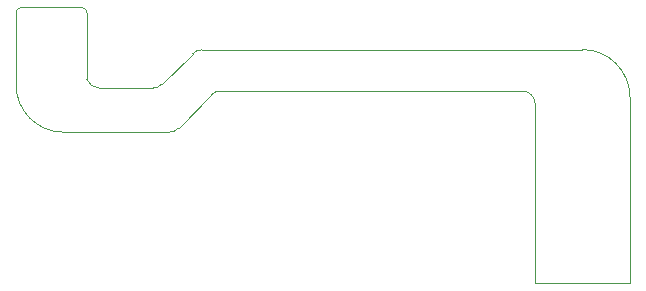
<source format=gbr>
%TF.GenerationSoftware,KiCad,Pcbnew,(5.99.0-10509-g065f85b504)*%
%TF.CreationDate,2021-07-11T19:01:29-06:00*%
%TF.ProjectId,OTG_Flex,4f54475f-466c-4657-982e-6b696361645f,1.1*%
%TF.SameCoordinates,Original*%
%TF.FileFunction,Profile,NP*%
%FSLAX46Y46*%
G04 Gerber Fmt 4.6, Leading zero omitted, Abs format (unit mm)*
G04 Created by KiCad (PCBNEW (5.99.0-10509-g065f85b504)) date 2021-07-11 19:01:29*
%MOMM*%
%LPD*%
G01*
G04 APERTURE LIST*
%TA.AperFunction,Profile*%
%ADD10C,0.100000*%
%TD*%
%TA.AperFunction,Profile*%
%ADD11C,0.120000*%
%TD*%
G04 APERTURE END LIST*
D10*
X163525200Y-94386400D02*
X189087237Y-94376747D01*
X189087237Y-94376747D02*
G75*
G02*
X190144636Y-95447430I-141J-1057621D01*
G01*
X194141400Y-90855800D02*
G75*
G02*
X198180000Y-94894400I0J-4038600D01*
G01*
X198180000Y-104555000D02*
X198180000Y-94894400D01*
X161161639Y-91220103D02*
G75*
G02*
X161953425Y-90871600I766386J-667497D01*
G01*
X162737800Y-94691200D02*
G75*
G02*
X163525200Y-94386400I714226J-675625D01*
G01*
X150239775Y-97853786D02*
X159178775Y-97850400D01*
X158546800Y-93776799D02*
G75*
G02*
X157755014Y-94125302I-766386J667497D01*
G01*
X159970561Y-97501898D02*
X162737800Y-94691200D01*
X158546800Y-93776800D02*
X161161639Y-91220102D01*
X194141400Y-90855800D02*
X161953425Y-90871600D01*
X146206200Y-93395659D02*
X146202400Y-93840659D01*
X190180000Y-104555000D02*
X190144636Y-95447430D01*
X159970561Y-97501897D02*
G75*
G02*
X159178775Y-97850400I-766386J667497D01*
G01*
X153227693Y-94099719D02*
G75*
G02*
X152206200Y-93395659I-8806J1080276D01*
G01*
X150239775Y-97853785D02*
G75*
G02*
X146202400Y-93840659I-24177J4013125D01*
G01*
X153227693Y-94099720D02*
X157755014Y-94125302D01*
D11*
%TO.C,J2*%
X152206200Y-87795659D02*
X152206200Y-90395659D01*
X146606200Y-87295659D02*
X151806200Y-87295659D01*
X146206200Y-87795659D02*
X146206200Y-90395659D01*
X152206200Y-90395659D02*
X152206200Y-93395659D01*
X146206200Y-90395659D02*
X146206200Y-93395659D01*
X152206199Y-87795658D02*
G75*
G03*
X151806200Y-87295659I-449999J50000D01*
G01*
X146206199Y-87795658D02*
G75*
G02*
X146606200Y-87295659I450000J49999D01*
G01*
%TO.C,J1*%
X198180000Y-110655000D02*
X198180000Y-104555000D01*
X190180000Y-110655000D02*
X190180000Y-104555000D01*
X190180000Y-110655000D02*
X198180000Y-110655000D01*
%TD*%
M02*

</source>
